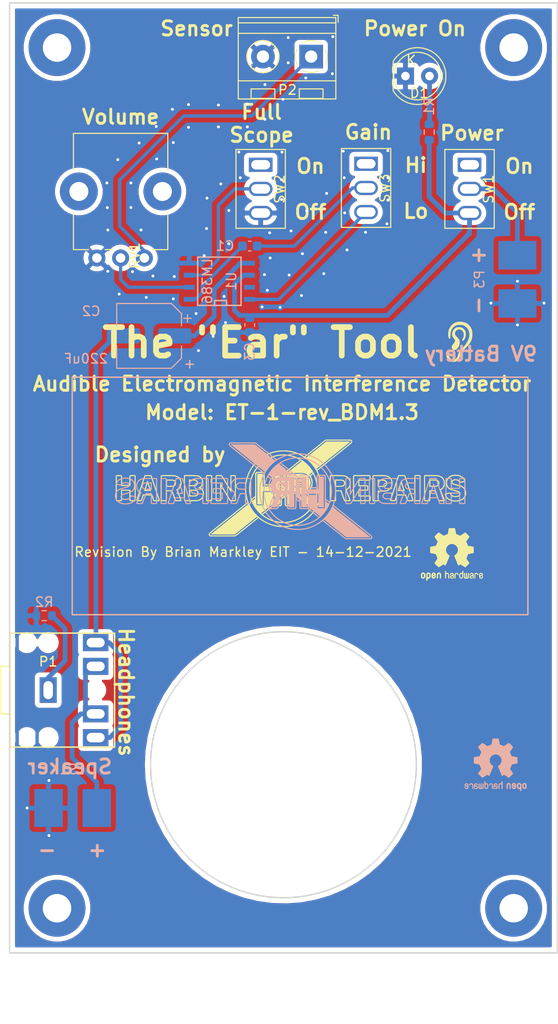
<source format=kicad_pcb>
(kicad_pcb (version 20171130) (host pcbnew 5.1.12-84ad8e8a86~92~ubuntu20.04.1)
  (title_block (title "The Ear Tool") (date 2019-01-03) (rev 1.3) (company "Harbin Repairs"))
  (layers (0 F.Cu signal) (31 B.Cu signal) (34 B.Paste user) (35 F.Paste user) (36 B.SilkS user) (37 F.SilkS user) (38 B.Mask user) (39 F.Mask user) (44 Edge.Cuts user))
  (net 0 "")
  (net 1 "Net-(C1-Pad1)")
  (net 2 "Net-(C1-Pad2)")
  (net 3 "Net-(C2-Pad1)")
  (net 4 "Net-(C2-Pad2)")
  (net 5 GND)
  (net 6 "Net-(D1-Pad2)")
  (net 7 "Net-(LS1-Pad2)")
  (net 8 SENSE)
  (net 9 +9V)
  (net 10 "Net-(SW1-Pad1)")
  (net 11 "Net-(SW2-Pad1)")
  (net 12 "Net-(SW2-Pad2)")
  (net 13 "Net-(U1-Pad7)")
  (net 14 "Net-(P1-Pad1)")
  (net 15 "Net-(P2-Pad1)")
  (net 16 "Net-(SW3-Pad1)")
  (net 17 "Net-(SW3-Pad3)")
  (net 18 "Net-(C3-Pad2)")
  (module LED_THT:LED_D5.0mm_Clear (layer F.Cu) (at 41.7 7.7)
    (fp_text reference D1 (at 1.45 1.8) (layer F.SilkS))
    (fp_text value LED)
    (fp_text user K (at 0.6 -1.65) (layer F.SilkS))
    (pad 2 thru_hole circle (at 2.54 0) (size 1.8 1.8) (drill 0.9) (layers *.Cu *.Mask) (net 6 "Net-(D1-Pad2)"))
    (pad 1 thru_hole rect (at 0 0) (size 1.8 1.8) (drill 0.9) (layers *.Cu *.Mask) (net 5 GND))
  )
  (module Potentiometer_THT:Potentiometer_Bourns_PTV09A-1_Single_Vertical (layer F.Cu) (at 14.2 26.85 90)
    (fp_text reference RV1 (at 0.25 -1 90) (layer F.SilkS))
    (fp_text value 10k)
    (pad "" np_thru_hole circle (at 7 1.9 90) (size 4 4) (drill 2) (layers *.Cu *.Mask))
    (pad "" np_thru_hole circle (at 7 -6.9 90) (size 4 4) (drill 2) (layers *.Cu *.Mask))
    (pad 1 thru_hole circle (at 0 0 90) (size 1.8 1.8) (drill 1) (layers *.Cu *.Mask) (net 15 "Net-(P2-Pad1)"))
    (pad 2 thru_hole circle (at 0 -2.5 90) (size 1.8 1.8) (drill 1) (layers *.Cu *.Mask) (net 8 SENSE))
    (pad 3 thru_hole circle (at 0 -5 90) (size 1.8 1.8) (drill 1) (layers *.Cu *.Mask) (net 5 GND))
  )
  (module Capacitor_SMD:CP_Elec_6.3x7.7 (layer B.Cu) (at 14.7 35.05 180)
    (fp_text reference C2 (at 6.1 2.6) (layer B.SilkS) (effects (justify mirror)))
    (fp_text value 220uF (at 6.65 -2.4) (layer B.SilkS) (effects (justify mirror)))
    (fp_text user + (at -4.28 -2.91) (layer B.SilkS) (effects (justify mirror)))
    (pad 2 smd roundrect (at 2.7 0 180) (size 3.5 1.6) (layers B.Cu B.Paste B.Mask) (roundrect_rratio 0.15625) (net 4 "Net-(C2-Pad2)"))
    (pad 1 smd roundrect (at -2.7 0 180) (size 3.5 1.6) (layers B.Cu B.Paste B.Mask) (roundrect_rratio 0.15625) (net 3 "Net-(C2-Pad1)"))
  )
  (module Symbol:OSHW-Logo2_7.3x6mm_SilkScreen (layer F.Cu) (at 46.6 58.05)
    (fp_text reference REF*** hide)
    (fp_text value OSHW-Logo2_7.3x6mm_SilkScreen hide)
  )
  (module Symbol:OSHW-Logo2_7.3x6mm_SilkScreen (layer B.Cu) (at 51.2 80.2 180)
    (fp_text reference REF*** hide)
    (fp_text value OSHW-Logo2_7.3x6mm_SilkScreen hide)
  )
  (module "SurfaceConnector:Surface Connector" (layer B.Cu) (at 6.65 84.75506)
    (fp_text reference LS1 (at -0.04064 -4.06908 180) (layer B.SilkS) (effects (justify mirror)))
    (fp_text value Speaker)
    (pad 1 smd rect (at -2.54 0) (size 3 4) (layers B.Cu B.Paste B.Mask) (net 5 GND))
    (pad 2 smd rect (at 2.54 0) (size 3 4) (layers B.Cu B.Paste B.Mask) (net 7 "Net-(LS1-Pad2)"))
  )
  (module "SurfaceConnector:Surface Connector" (layer B.Cu) (at 53.5 29.1 270)
    (fp_text reference P3 (at 0 4 90) (layer B.SilkS) (effects (justify mirror)))
    (fp_text value "9V Battery Clip")
    (pad 1 smd rect (at -2.54 0 270) (size 3 4) (layers B.Cu B.Paste B.Mask) (net 9 +9V))
    (pad 2 smd rect (at 2.54 0 270) (size 3 4) (layers B.Cu B.Paste B.Mask) (net 5 GND))
  )
  (module Resistor_SMD:R_0603_1608Metric (layer B.Cu) (at 3.65 64.5 180)
    (fp_text reference R2 (at 0 1.43) (layer B.SilkS) (effects (justify mirror)))
    (fp_text value 100)
    (pad 2 smd roundrect (at 0.825 0 180) (size 0.8 0.95) (layers B.Cu B.Paste B.Mask) (net 5 GND))
    (pad 1 smd roundrect (at -0.825 0 180) (size 0.8 0.95) (layers B.Cu B.Paste B.Mask) (net 14 "Net-(P1-Pad1)"))
  )
  (module Resistor_SMD:R_0603_1608Metric (layer B.Cu) (at 44.2 13.6 90)
    (fp_text reference R1 (at 2.7 0 90) (layer B.SilkS) (effects (justify mirror)))
    (fp_text value 10k)
    (pad 2 smd roundrect (at 0.825 0 90) (size 0.8 0.95) (layers B.Cu B.Paste B.Mask) (net 6 "Net-(D1-Pad2)"))
    (pad 1 smd roundrect (at -0.825 0 90) (size 0.8 0.95) (layers B.Cu B.Paste B.Mask) (net 18 "Net-(C3-Pad2)"))
  )
  (module Capacitor_SMD:C_0603_1608Metric (layer B.Cu) (at 25.3 33.9 90)
    (fp_text reference C3 (at -2.8 0 90) (layer B.SilkS) (effects (justify mirror)))
    (fp_text value 0u1)
    (pad 2 smd roundrect (at 0.775 0 90) (size 0.9 0.95) (layers B.Cu B.Paste B.Mask) (net 18 "Net-(C3-Pad2)"))
    (pad 1 smd roundrect (at -0.775 0 90) (size 0.9 0.95) (layers B.Cu B.Paste B.Mask) (net 5 GND))
  )
  (module Capacitor_SMD:C_0603_1608Metric (layer B.Cu) (at 25.3 25.6)
    (fp_text reference C1 (at -2.6 -0.02104) (layer B.SilkS) (effects (justify mirror)))
    (fp_text value 4.7uF)
    (pad 2 smd roundrect (at 0.775 0) (size 0.9 0.95) (layers B.Cu B.Paste B.Mask) (net 2 "Net-(C1-Pad2)"))
    (pad 1 smd roundrect (at -0.775 0) (size 0.9 0.95) (layers B.Cu B.Paste B.Mask) (net 1 "Net-(C1-Pad1)"))
  )
  (module Switch:SPDT_generic_toggle (layer F.Cu) (at 48.45134 19.57714 270)
    (fp_text reference SW1 (at 0.02286 -1.99866 270) (layer F.SilkS))
    (fp_text value "Power Switch")
    (pad 1 thru_hole rect (at -2.54 0 270) (size 1.5 2.5) (drill oval 1 2) (layers *.Cu *.Mask) (net 10 "Net-(SW1-Pad1)"))
    (pad 2 thru_hole oval (at 0 0 270) (size 1.5 2.5) (drill oval 1 2) (layers *.Cu *.Mask) (net 9 +9V))
    (pad 3 thru_hole oval (at 2.54 0 270) (size 1.5 2.5) (drill oval 1 2) (layers *.Cu *.Mask) (net 18 "Net-(C3-Pad2)"))
  )
  (module Switch:SPDT_generic_toggle (layer F.Cu) (at 26.45134 19.57714 270)
    (fp_text reference SW2 (at 0.02286 -1.99866 90) (layer F.SilkS))
    (fp_text value "Full Scope Switch")
    (pad 1 thru_hole rect (at -2.54 0 270) (size 1.5 2.5) (drill oval 1 2) (layers *.Cu *.Mask) (net 11 "Net-(SW2-Pad1)"))
    (pad 2 thru_hole oval (at 0 0 270) (size 1.5 2.5) (drill oval 1 2) (layers *.Cu *.Mask) (net 12 "Net-(SW2-Pad2)"))
    (pad 3 thru_hole oval (at 2.54 0 270) (size 1.5 2.5) (drill oval 1 2) (layers *.Cu *.Mask) (net 5 GND))
  )
  (module Switch:SPDT_generic_toggle (layer F.Cu) (at 37.55134 19.47714 270)
    (fp_text reference SW3 (at 0.02286 -1.99866 90) (layer F.SilkS))
    (fp_text value "Gain Switch")
    (pad 1 thru_hole rect (at -2.54 0 270) (size 1.5 2.5) (drill oval 1 2) (layers *.Cu *.Mask) (net 16 "Net-(SW3-Pad1)"))
    (pad 2 thru_hole oval (at 0 0 270) (size 1.5 2.5) (drill oval 1 2) (layers *.Cu *.Mask) (net 2 "Net-(C1-Pad2)"))
    (pad 3 thru_hole oval (at 2.54 0 270) (size 1.5 2.5) (drill oval 1 2) (layers *.Cu *.Mask) (net 17 "Net-(SW3-Pad3)"))
  )
  (module myFootprints:HR_LOGO_37.4x10.6mm (layer F.Cu) (at 29.7 51.1)
    (fp_text reference G1 hide)
    (fp_text value LOGO hide)
  )
  (module Mounting_Holes:MountingHole_3mm_Pad (layer F.Cu) (at 5 4.7)
    (fp_text reference M1)
    (fp_text value MountingHole_3mm_Pad)
    (pad 1 thru_hole circle (at 0 0) (size 6 6) (drill 3) (layers *.Cu *.Mask))
  )
  (module Mounting_Holes:MountingHole_3mm_Pad (layer F.Cu) (at 53.1 4.7)
    (fp_text reference M2)
    (fp_text value MountingHole_3mm_Pad)
    (pad 1 thru_hole circle (at 0 0) (size 6 6) (drill 3) (layers *.Cu *.Mask))
  )
  (module Mounting_Holes:MountingHole_3mm_Pad (layer F.Cu) (at 5 95.3)
    (fp_text reference M4)
    (fp_text value MountingHole_3mm_Pad)
    (pad 1 thru_hole circle (at 0 0) (size 6 6) (drill 3) (layers *.Cu *.Mask))
  )
  (module Mounting_Holes:MountingHole_3mm_Pad (layer F.Cu) (at 53.1 95.3)
    (fp_text reference M3)
    (fp_text value MountingHole_3mm_Pad)
    (pad 1 thru_hole circle (at 0 0) (size 6 6) (drill 3) (layers *.Cu *.Mask))
  )
  (module myFootprints:Ear_icon_4.2x4.2mm (layer F.Cu) (at 47.38696 35.67368)
    (fp_text reference G3 hide)
    (fp_text value LOGO hide)
  )
  (module myFootprints:HR_LOGO_37.4x10.6mm (layer B.Cu) (at 29.5 51.4 180)
    (fp_text reference G2 hide)
    (fp_text value LOGO hide)
  )
  (module myFootprints:AUDIO-JACK-3F07-TRS (layer F.Cu) (at 5.56924 72.83928)
    (fp_text reference P1 (at -1.5 -3.5) (layer F.SilkS))
    (fp_text value AUDIO-JACK-3F07-TRS)
    (pad 1 thru_hole rect (at -1.5 -0.5 90) (size 2.7 1.8) (drill oval 1.9 1) (layers *.Cu *.Mask) (net 14 "Net-(P1-Pad1)"))
    (pad 2 thru_hole rect (at 3.5 -5.5) (size 2.7 1.8) (drill oval 1.9 1) (layers *.Cu *.Mask) (net 4 "Net-(C2-Pad2)"))
    (pad 3 thru_hole rect (at 3.5 -3) (size 2.7 1.8) (drill oval 1.9 1) (layers *.Cu *.Mask) (net 7 "Net-(LS1-Pad2)"))
    (pad 4 thru_hole rect (at 3.5 2) (size 2.7 1.8) (drill oval 1.9 1) (layers *.Cu *.Mask) (net 7 "Net-(LS1-Pad2)"))
    (pad 5 thru_hole rect (at 3.5 4.5) (size 2.7 1.8) (drill oval 1.9 1) (layers *.Cu *.Mask) (net 4 "Net-(C2-Pad2)"))
    (pad "" np_thru_hole circle (at -1.5 -5.5 90) (size 1.2 1.2) (drill 1.2) (layers *.Cu *.Mask))
    (pad "" np_thru_hole circle (at 3.5 -0.5 90) (size 1.2 1.2) (drill 1.2) (layers *.Cu *.Mask))
    (pad "" np_thru_hole circle (at -1.5 4.5 90) (size 1.2 1.2) (drill 1.2) (layers *.Cu *.Mask))
    (pad "" np_thru_hole circle (at -3.75 4.5 90) (size 1.2 1.2) (drill 1.2) (layers *.Cu *.Mask))
    (pad "" np_thru_hole circle (at -3.75 -5.5 90) (size 1.2 1.2) (drill 1.2) (layers *.Cu *.Mask))
  )
  (module SMD_Packages:SOIC-8-N (layer B.Cu) (at 22.1 29.3 90)
    (fp_text reference U1 (at 0 1.27 270) (layer B.SilkS) (effects (justify mirror)))
    (fp_text value LM386 (at 0 -1.27 270) (layer B.SilkS) (effects (justify mirror)))
    (pad 8 smd rect (at -1.905 3.175 90) (size 0.508 1.143) (layers B.Cu B.Paste B.Mask) (net 17 "Net-(SW3-Pad3)"))
    (pad 7 smd rect (at -0.635 3.175 90) (size 0.508 1.143) (layers B.Cu B.Paste B.Mask) (net 13 "Net-(U1-Pad7)"))
    (pad 6 smd rect (at 0.635 3.175 90) (size 0.508 1.143) (layers B.Cu B.Paste B.Mask) (net 18 "Net-(C3-Pad2)"))
    (pad 5 smd rect (at 1.905 3.175 90) (size 0.508 1.143) (layers B.Cu B.Paste B.Mask) (net 3 "Net-(C2-Pad1)"))
    (pad 4 smd rect (at 1.905 -3.175 90) (size 0.508 1.143) (layers B.Cu B.Paste B.Mask) (net 5 GND))
    (pad 3 smd rect (at 0.635 -3.175 90) (size 0.508 1.143) (layers B.Cu B.Paste B.Mask) (net 12 "Net-(SW2-Pad2)"))
    (pad 2 smd rect (at -0.635 -3.175 90) (size 0.508 1.143) (layers B.Cu B.Paste B.Mask) (net 8 SENSE))
    (pad 1 smd rect (at -1.905 -3.175 90) (size 0.508 1.143) (layers B.Cu B.Paste B.Mask) (net 1 "Net-(C1-Pad1)"))
  )
  (module TerminalBlock_RND:TerminalBlock_RND_205-00232_Pitch5.08mm (layer F.Cu) (at 31.77034 5.6514 180)
    (fp_text reference P2 (at 2.5 -3.5) (layer F.SilkS))
    (fp_text value "Sensor Connector")
    (pad 1 thru_hole rect (at 0 0 180) (size 2.5 2.5) (drill 1.3) (layers *.Cu *.Mask) (net 15 "Net-(P2-Pad1)"))
    (pad 2 thru_hole circle (at 5.08 0 180) (size 2.5 2.5) (drill 1.3) (layers *.Cu *.Mask) (net 5 GND))
  )
  (gr_line (start 6.6 39.4) (end 6.6 64.4) (layer B.SilkS) (width 0.15))
  (gr_line (start 54.6 39.4) (end 6.6 39.4) (layer B.SilkS) (width 0.15))
  (gr_line (start 54.6 64.4) (end 54.6 39.4) (layer B.SilkS) (width 0.15))
  (gr_line (start 6.6 64.4) (end 54.6 64.4) (layer B.SilkS) (width 0.15))
  (gr_text "Revision By Brian Markley EIT - 14-12-2021" (at 24.6 57.8) (layer F.SilkS) (effects (font (size 1 1))))
  (gr_circle (center 28.85 80.19532) (end 42.85 80.19532) (layer Edge.Cuts) (width 0.15))
  (gr_text "Designed by" (at 15.85 47.55) (layer F.SilkS) (effects (font (size 1.5 1.5) (thickness 0.3))))
  (gr_text "Hi\n\nLo" (at 42.8 19.5) (layer F.SilkS) (effects (font (size 1.5 1.5) (thickness 0.3))))
  (gr_text Gain (at 37.8 13.6) (layer F.SilkS) (effects (font (size 1.5 1.5) (thickness 0.3))))
  (gr_text "On\n\nOff" (at 53.7 19.6) (layer F.SilkS) (effects (font (size 1.5 1.5) (thickness 0.3))))
  (gr_text "On\n\nOff" (at 31.7 19.6) (layer F.SilkS) (effects (font (size 1.5 1.5) (thickness 0.3))))
  (gr_text Headphones (at 12.2723 72.55 270) (layer F.SilkS) (effects (font (size 1.5 1.5) (thickness 0.3))))
  (gr_text Sensor (at 19.7 2.7) (layer F.SilkS) (effects (font (size 1.5 1.5) (thickness 0.3))))
  (gr_text "Model: ET-1-rev_BDM1.3" (at 28.7 43.1) (layer F.SilkS) (effects (font (size 1.5 1.5) (thickness 0.3))))
  (gr_text "Audible Electromagnetic Interference Detector" (at 28.7 40.1) (layer F.SilkS) (effects (font (size 1.5 1.5) (thickness 0.3))))
  (gr_text "The \"Ear\" Tool" (at 26.49292 35.7702) (layer F.SilkS) (effects (font (size 3 3) (thickness 0.6))))
  (gr_text "-   +" (at 49.55 29.2 270) (layer B.SilkS) (effects (font (size 1.5 1.5) (thickness 0.3)) (justify mirror)))
  (gr_text "-   +" (at 6.600001 89.35 180) (layer B.SilkS) (effects (font (size 1.5 1.5) (thickness 0.3)) (justify mirror)))
  (gr_text "9V Battery" (at 49.65 36.95) (layer B.SilkS) (effects (font (size 1.5 1.5) (thickness 0.3)) (justify mirror)))
  (gr_text Speaker (at 6.35 80.4) (layer B.SilkS) (effects (font (size 1.5 1.5) (thickness 0.3)) (justify mirror)))
  (gr_text Volume (at 11.7 12) (layer F.SilkS) (effects (font (size 1.5 1.5) (thickness 0.3))))
  (gr_text "Full\nScope" (at 26.55 12.7) (layer F.SilkS) (effects (font (size 1.5 1.5) (thickness 0.3))))
  (gr_text Power (at 48.7 13.7) (layer F.SilkS) (effects (font (size 1.5 1.5) (thickness 0.3))))
  (gr_text "Power On" (at 42.7 2.7) (layer F.SilkS) (effects (font (size 1.5 1.5) (thickness 0.3))))
  (gr_line (start 0 100) (end 0 0) (angle 90) (layer Edge.Cuts) (width 0.15))
  (gr_line (start 57.7 100) (end 0 100) (angle 90) (layer Edge.Cuts) (width 0.15))
  (gr_line (start 57.7 0) (end 57.7 100) (angle 90) (layer Edge.Cuts) (width 0.15))
  (gr_line (start 0 0) (end 57.7 0) (angle 90) (layer Edge.Cuts) (width 0.15))
  (segment (start 20.325 29.8) (end 24.525 25.6) (width 0.35) (layer B.Cu) (net 1))
  (segment (start 20.3 29.8) (end 20.325 29.8) (width 0.35) (layer B.Cu) (net 1))
  (segment (start 20.3 30.5) (end 20.3 29.8) (width 0.35) (layer B.Cu) (net 1))
  (segment (start 19.595 31.205) (end 20.3 30.5) (width 0.35) (layer B.Cu) (net 1))
  (segment (start 18.925 31.205) (end 19.595 31.205) (width 0.35) (layer B.Cu) (net 1))
  (segment (start 26.075 25.6) (end 30 25.6) (width 0.35) (layer B.Cu) (net 2))
  (segment (start 36.12286 19.47714) (end 37.55134 19.47714) (width 0.35) (layer B.Cu) (net 2))
  (segment (start 30 25.6) (end 36.12286 19.47714) (width 0.35) (layer B.Cu) (net 2))
  (segment (start 25.275 27.395) (end 24.305 27.395) (width 0.5) (layer B.Cu) (net 3))
  (segment (start 24.305 27.395) (end 21.55 30.15) (width 0.5) (layer B.Cu) (net 3))
  (segment (start 21.55 30.15) (end 21.55 33) (width 0.5) (layer B.Cu) (net 3))
  (segment (start 19.5 35.05) (end 17.5 35.05) (width 0.5) (layer B.Cu) (net 3))
  (segment (start 21.55 33) (end 19.5 35.05) (width 0.5) (layer B.Cu) (net 3))
  (segment (start 9.3377 77.5624) (end 9.5 77.4) (width 0.35) (layer B.Cu) (net 4))
  (segment (start 9.1 67.30852) (end 9.06924 67.33928) (width 0.5) (layer B.Cu) (net 4))
  (segment (start 9.1 37.1) (end 9.1 67.30852) (width 0.5) (layer B.Cu) (net 4))
  (segment (start 11.15 35.05) (end 9.1 37.1) (width 0.5) (layer B.Cu) (net 4))
  (segment (start 11.9 35.05) (end 11.15 35.05) (width 0.5) (layer B.Cu) (net 4))
  (segment (start 9.06924 67.33928) (end 10.48928 67.33928) (width 0.5) (layer B.Cu) (net 4))
  (segment (start 10.48928 67.33928) (end 11.7 68.55) (width 0.5) (layer B.Cu) (net 4))
  (segment (start 11.7 68.55) (end 11.7 76.2) (width 0.5) (layer B.Cu) (net 4))
  (segment (start 10.56072 77.33928) (end 9.06924 77.33928) (width 0.5) (layer B.Cu) (net 4))
  (segment (start 11.7 76.2) (end 10.56072 77.33928) (width 0.5) (layer B.Cu) (net 4))
  (segment (start 16.795 95.175) (end 16.5947 94.9747) (width 0.35) (layer B.Cu) (net 5))
  (via (at 10.3 21.55) (size 0.7) (drill 0.3) (layers F.Cu B.Cu) (net 5))
  (via (at 13.85 23.9) (size 0.7) (drill 0.3) (layers F.Cu B.Cu) (net 5))
  (via (at 15.50164 16.4264) (size 0.7) (drill 0.3) (layers F.Cu B.Cu) (net 5))
  (via (at 10.25 18.95) (size 0.7) (drill 0.3) (layers F.Cu B.Cu) (net 5))
  (via (at 15.45 13) (size 0.7) (drill 0.3) (layers F.Cu B.Cu) (net 5))
  (via (at 12.7813 18.9537) (size 0.7) (drill 0.3) (layers F.Cu B.Cu) (net 5))
  (via (at 12.7813 21.53434) (size 0.7) (drill 0.3) (layers F.Cu B.Cu) (net 5))
  (via (at 10.35 23.9) (size 0.7) (drill 0.3) (layers F.Cu B.Cu) (net 5))
  (segment (start 2.9 78.56532) (end 3.06734 78.73266) (width 0.35) (layer B.Cu) (net 5))
  (segment (start 2.9 76.189241) (end 2.9 78.56532) (width 0.35) (layer B.Cu) (net 5))
  (segment (start 3.06734 76.0219) (end 2.9 76.189241) (width 0.35) (layer B.Cu) (net 5))
  (segment (start 3.06734 76.0219) (end 1.3781 76.0219) (width 0.35) (layer B.Cu) (net 5))
  (segment (start 1.3781 76.0219) (end 0.8 76.6) (width 0.35) (layer B.Cu) (net 5))
  (segment (start 0.8 76.6) (end 0.8 78.5) (width 0.35) (layer B.Cu) (net 5))
  (segment (start 0.8 78.5) (end 0.8 65.2) (width 0.35) (layer B.Cu) (net 5))
  (segment (start 53.4 45.2) (end 53.24 42.7) (width 0.35) (layer B.Cu) (net 5))
  (segment (start 53 76.6) (end 53.4 45.2) (width 0.35) (layer B.Cu) (net 5))
  (via (at 4.15 87.65) (size 0.7) (drill 0.3) (layers F.Cu B.Cu) (net 5))
  (via (at 1.850001 84.75) (size 0.7) (drill 0.3) (layers F.Cu B.Cu) (net 5))
  (via (at 4.15 81.85) (size 0.7) (drill 0.3) (layers F.Cu B.Cu) (net 5))
  (via (at 53.5 33.9) (size 0.7) (drill 0.3) (layers F.Cu B.Cu) (net 5))
  (via (at 56.3 31.6) (size 0.7) (drill 0.3) (layers F.Cu B.Cu) (net 5))
  (via (at 53.5 29.3) (size 0.7) (drill 0.3) (layers F.Cu B.Cu) (net 5))
  (via (at 50.7 31.6) (size 0.7) (drill 0.3) (layers F.Cu B.Cu) (net 5))
  (via (at 29.35 6.3) (size 0.7) (drill 0.3) (layers F.Cu B.Cu) (net 5))
  (via (at 25.05 10.65) (size 0.7) (drill 0.3) (layers F.Cu B.Cu) (net 5))
  (via (at 26.9 8.6) (size 0.7) (drill 0.3) (layers F.Cu B.Cu) (net 5))
  (via (at 31.2 7.9) (size 0.7) (drill 0.3) (layers F.Cu B.Cu) (net 5))
  (via (at 28.8 10.15) (size 0.7) (drill 0.3) (layers F.Cu B.Cu) (net 5))
  (via (at 25.05 13.05) (size 0.7) (drill 0.3) (layers F.Cu B.Cu) (net 5))
  (via (at 18.85 10.7) (size 0.7) (drill 0.3) (layers F.Cu B.Cu) (net 5))
  (via (at 18.85 13.1) (size 0.7) (drill 0.3) (layers F.Cu B.Cu) (net 5))
  (via (at 22 13.05) (size 0.7) (drill 0.3) (layers F.Cu B.Cu) (net 5))
  (via (at 22 10.75) (size 0.7) (drill 0.3) (layers F.Cu B.Cu) (net 5))
  (via (at 17.25 14.7) (size 0.7) (drill 0.3) (layers F.Cu B.Cu) (net 5))
  (via (at 29.35 3.65) (size 0.7) (drill 0.3) (layers F.Cu B.Cu) (net 5))
  (via (at 34.05 3.55) (size 0.7) (drill 0.3) (layers F.Cu B.Cu) (net 5))
  (via (at 34 7.45) (size 0.7) (drill 0.3) (layers F.Cu B.Cu) (net 5))
  (via (at 26.9 12.25) (size 0.7) (drill 0.3) (layers F.Cu B.Cu) (net 5))
  (via (at 17.15 11.2) (size 0.7) (drill 0.3) (layers F.Cu B.Cu) (net 5))
  (via (at 13.65 14.75) (size 0.7) (drill 0.3) (layers F.Cu B.Cu) (net 5))
  (via (at 10.35 28.25) (size 0.7) (drill 0.3) (layers F.Cu B.Cu) (net 5))
  (via (at 12.95 28.3) (size 0.7) (drill 0.3) (layers F.Cu B.Cu) (net 5))
  (via (at 11.55 30.65) (size 0.7) (drill 0.3) (layers F.Cu B.Cu) (net 5))
  (via (at 14.4 31) (size 0.7) (drill 0.3) (layers F.Cu B.Cu) (net 5))
  (via (at 15.1 28.75) (size 0.7) (drill 0.3) (layers F.Cu B.Cu) (net 5))
  (via (at 17.25 31.15) (size 0.7) (drill 0.3) (layers F.Cu B.Cu) (net 5))
  (via (at 17.35 28.8) (size 0.7) (drill 0.3) (layers F.Cu B.Cu) (net 5))
  (via (at 35.3 22.1) (size 0.7) (drill 0.3) (layers F.Cu B.Cu) (net 5))
  (via (at 33.3 24.15) (size 0.7) (drill 0.3) (layers F.Cu B.Cu) (net 5))
  (via (at 30.85 26.4) (size 0.7) (drill 0.3) (layers F.Cu B.Cu) (net 5))
  (via (at 27.45 26.85) (size 0.7) (drill 0.3) (layers F.Cu B.Cu) (net 5))
  (via (at 27.15 30.25) (size 0.7) (drill 0.3) (layers F.Cu B.Cu) (net 5))
  (via (at 29.45 28.65) (size 0.7) (drill 0.3) (layers F.Cu B.Cu) (net 5))
  (via (at 26.85 28.6) (size 0.7) (drill 0.3) (layers F.Cu B.Cu) (net 5))
  (via (at 26.6 32) (size 0.7) (drill 0.3) (layers F.Cu B.Cu) (net 5))
  (via (at 28.5 32.05) (size 0.7) (drill 0.3) (layers F.Cu B.Cu) (net 5))
  (via (at 37.5 24.15) (size 0.7) (drill 0.3) (layers F.Cu B.Cu) (net 5))
  (via (at 35.55 26) (size 0.7) (drill 0.3) (layers F.Cu B.Cu) (net 5))
  (via (at 33.1 28.5) (size 0.7) (drill 0.3) (layers F.Cu B.Cu) (net 5))
  (via (at 30.75 30.8) (size 0.7) (drill 0.3) (layers F.Cu B.Cu) (net 5))
  (segment (start 28.45 32) (end 28.5 32.05) (width 0.5) (layer B.Cu) (net 5))
  (segment (start 26.6 32) (end 28.45 32) (width 0.5) (layer B.Cu) (net 5))
  (via (at 23.1 25.35) (size 0.7) (drill 0.3) (layers F.Cu B.Cu) (net 5))
  (via (at 23.1 21.85) (size 0.7) (drill 0.3) (layers F.Cu B.Cu) (net 5))
  (via (at 24.3 18.4) (size 0.7) (drill 0.3) (layers F.Cu B.Cu) (net 5))
  (via (at 20.8 20.55) (size 0.7) (drill 0.3) (layers F.Cu B.Cu) (net 5))
  (via (at 22.25 19.05) (size 0.7) (drill 0.3) (layers F.Cu B.Cu) (net 5))
  (via (at 20.5 26.6) (size 0.7) (drill 0.3) (layers F.Cu B.Cu) (net 5))
  (via (at 20.75 23.75) (size 0.7) (drill 0.3) (layers F.Cu B.Cu) (net 5))
  (via (at 28.65 18.6) (size 0.7) (drill 0.3) (layers F.Cu B.Cu) (net 5))
  (via (at 28.65 20.7) (size 0.7) (drill 0.3) (layers F.Cu B.Cu) (net 5))
  (via (at 24.15 15.7) (size 0.7) (drill 0.3) (layers F.Cu B.Cu) (net 5))
  (via (at 28.7 15.7) (size 0.7) (drill 0.3) (layers F.Cu B.Cu) (net 5))
  (via (at 35.25 18.4) (size 0.7) (drill 0.3) (layers F.Cu B.Cu) (net 5))
  (via (at 35.15 15.6) (size 0.7) (drill 0.3) (layers F.Cu B.Cu) (net 5))
  (via (at 39.85 15.55) (size 0.7) (drill 0.3) (layers F.Cu B.Cu) (net 5))
  (via (at 39.85 18.4) (size 0.7) (drill 0.3) (layers F.Cu B.Cu) (net 5))
  (via (at 39.85 20.75) (size 0.7) (drill 0.3) (layers F.Cu B.Cu) (net 5))
  (via (at 39.75 23.25) (size 0.7) (drill 0.3) (layers F.Cu B.Cu) (net 5))
  (via (at 27.4 24.2) (size 0.7) (drill 0.3) (layers F.Cu B.Cu) (net 5))
  (via (at 29.65 24) (size 0.7) (drill 0.3) (layers F.Cu B.Cu) (net 5))
  (via (at 31.3 21.9) (size 0.7) (drill 0.3) (layers F.Cu B.Cu) (net 5))
  (via (at 33.4 20.05) (size 0.7) (drill 0.3) (layers F.Cu B.Cu) (net 5))
  (via (at 19.65 32.7) (size 0.7) (drill 0.3) (layers F.Cu B.Cu) (net 5))
  (via (at 22.6 30.9) (size 0.7) (drill 0.3) (layers F.Cu B.Cu) (net 5))
  (via (at 22.75 33.65) (size 0.7) (drill 0.3) (layers F.Cu B.Cu) (net 5))
  (via (at 19.9 36.6) (size 0.7) (drill 0.3) (layers F.Cu B.Cu) (net 5))
  (via (at 21.45 35.1) (size 0.7) (drill 0.3) (layers F.Cu B.Cu) (net 5))
  (via (at 11.4 16.5) (size 0.7) (drill 0.3) (layers F.Cu B.Cu) (net 5))
  (segment (start 44.24 12.735) (end 44.2 12.775) (width 0.5) (layer B.Cu) (net 6))
  (segment (start 44.24 7.7) (end 44.24 12.735) (width 0.5) (layer B.Cu) (net 6))
  (segment (start 8.82996 74.6) (end 9.06924 74.83928) (width 0.5) (layer B.Cu) (net 7))
  (segment (start 8 74.4) (end 8.2 74.6) (width 0.5) (layer B.Cu) (net 7))
  (segment (start 8 70.5) (end 8 74.4) (width 0.5) (layer B.Cu) (net 7))
  (segment (start 8.66072 69.83928) (end 8 70.5) (width 0.5) (layer B.Cu) (net 7))
  (segment (start 8.2 74.6) (end 8.82996 74.6) (width 0.5) (layer B.Cu) (net 7))
  (segment (start 9.06924 69.83928) (end 8.66072 69.83928) (width 0.5) (layer B.Cu) (net 7))
  (segment (start 9.06924 74.83928) (end 7.51072 74.83928) (width 0.5) (layer B.Cu) (net 7))
  (segment (start 7.51072 74.83928) (end 6.6 75.75) (width 0.5) (layer B.Cu) (net 7))
  (segment (start 6.6 75.75) (end 6.6 79.45) (width 0.5) (layer B.Cu) (net 7))
  (segment (start 9.19 82.04) (end 9.19 84.75506) (width 0.5) (layer B.Cu) (net 7))
  (segment (start 6.6 79.45) (end 9.19 82.04) (width 0.5) (layer B.Cu) (net 7))
  (segment (start 18.925 29.935) (end 12.535 29.935) (width 0.35) (layer B.Cu) (net 8))
  (segment (start 11.7 29.1) (end 11.7 26.1) (width 0.35) (layer B.Cu) (net 8))
  (segment (start 12.535 29.935) (end 11.7 29.1) (width 0.35) (layer B.Cu) (net 8))
  (segment (start 53.5 26.56) (end 53.5 22.1) (width 0.5) (layer B.Cu) (net 9))
  (segment (start 50.97714 19.57714) (end 48.45134 19.57714) (width 0.5) (layer B.Cu) (net 9))
  (segment (start 53.5 22.1) (end 50.97714 19.57714) (width 0.5) (layer B.Cu) (net 9))
  (segment (start 18.925 28.665) (end 20.335 28.665) (width 0.35) (layer B.Cu) (net 12))
  (segment (start 20.335 28.665) (end 22 27) (width 0.35) (layer B.Cu) (net 12))
  (segment (start 22 27) (end 22 21.3) (width 0.35) (layer B.Cu) (net 12))
  (segment (start 23.72286 19.57714) (end 26.45134 19.57714) (width 0.35) (layer B.Cu) (net 12))
  (segment (start 22 21.3) (end 23.72286 19.57714) (width 0.35) (layer B.Cu) (net 12))
  (segment (start 4.475 64.5) (end 5.85 65.875) (width 0.5) (layer B.Cu) (net 14))
  (segment (start 5.85 65.875) (end 5.85 69.25) (width 0.5) (layer B.Cu) (net 14))
  (segment (start 4.06924 71.03076) (end 4.06924 72.33928) (width 0.5) (layer B.Cu) (net 14))
  (segment (start 5.85 69.25) (end 4.06924 71.03076) (width 0.5) (layer B.Cu) (net 14))
  (segment (start 11.6 23.5) (end 14.2 26.1) (width 0.35) (layer B.Cu) (net 15))
  (segment (start 11.6 18.64402) (end 11.6 23.5) (width 0.35) (layer B.Cu) (net 15))
  (segment (start 18.34402 11.9) (end 11.6 18.64402) (width 0.35) (layer B.Cu) (net 15))
  (segment (start 25.52174 11.9) (end 18.34402 11.9) (width 0.35) (layer B.Cu) (net 15))
  (segment (start 31.77034 5.6514) (end 25.52174 11.9) (width 0.35) (layer B.Cu) (net 15))
  (segment (start 25.275 31.205) (end 28.36348 31.205) (width 0.35) (layer B.Cu) (net 17))
  (segment (start 28.36348 31.205) (end 37.55134 22.01714) (width 0.35) (layer B.Cu) (net 17))
  (segment (start 45.91714 22.11714) (end 48.45134 22.11714) (width 0.5) (layer B.Cu) (net 18))
  (segment (start 44.2 20.4) (end 45.91714 22.11714) (width 0.5) (layer B.Cu) (net 18))
  (segment (start 25.275 28.665) (end 24.635 28.665) (width 0.5) (layer B.Cu) (net 18))
  (segment (start 24.635 28.665) (end 23.7 29.6) (width 0.5) (layer B.Cu) (net 18))
  (segment (start 23.7 32.375) (end 24.225 32.9) (width 0.5) (layer B.Cu) (net 18))
  (segment (start 23.7 29.6) (end 23.7 32.375) (width 0.5) (layer B.Cu) (net 18))
  (segment (start 39.8 32.9) (end 25.525 32.9) (width 0.5) (layer B.Cu) (net 18))
  (segment (start 25.525 32.9) (end 25.3 33.125) (width 0.5) (layer B.Cu) (net 18))
  (segment (start 48.45134 24.24866) (end 39.8 32.9) (width 0.5) (layer B.Cu) (net 18))
  (segment (start 48.45134 22.11714) (end 48.45134 24.24866) (width 0.5) (layer B.Cu) (net 18))
  (segment (start 25.075 32.9) (end 25.3 33.125) (width 0.5) (layer B.Cu) (net 18))
  (segment (start 24.225 32.9) (end 25.075 32.9) (width 0.5) (layer B.Cu) (net 18))
  (segment (start 44.2 14.425) (end 44.2 20.4) (width 0.5) (layer B.Cu) (net 18))
  (zone (net 5) (net_name GND) (layer B.Cu) (connect_pads (clearance 0.508)) (min_thickness 0.254) (fill yes (arc_segments 16) (thermal_gap 0.508) (thermal_bridge_width 0.508))
    (polygon (pts (xy 57.5 107.5) (xy 0.2 107.5) (xy 0.2 0.2) (xy 57.5 0.2)))
  )
  (zone (net 5) (net_name GND) (layer F.Cu) (connect_pads (clearance 0.508)) (min_thickness 0.254) (fill yes (arc_segments 16) (thermal_gap 0.508) (thermal_bridge_width 0.508))
    (polygon (pts (xy 57.5 107.5) (xy 0.2 107.5) (xy 0.2 0.2) (xy 57.5 0.2)))
  )
)
</source>
